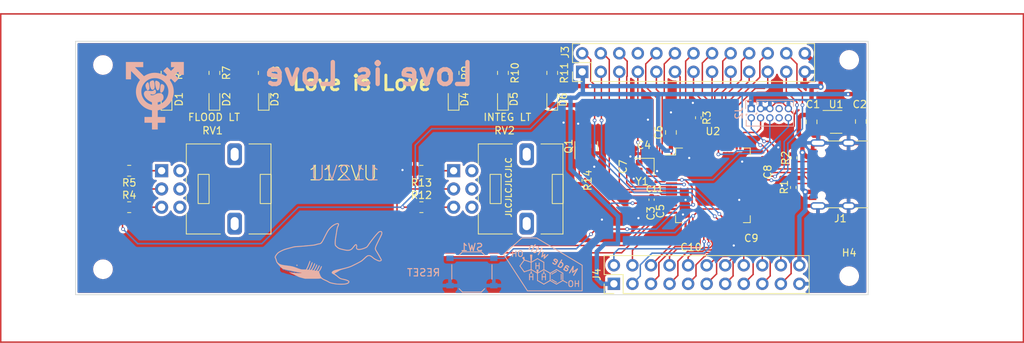
<source format=kicad_pcb>
(kicad_pcb (version 20221018) (generator pcbnew)

  (general
    (thickness 1.6)
  )

  (paper "A4")
  (layers
    (0 "F.Cu" signal)
    (31 "B.Cu" signal)
    (34 "B.Paste" user)
    (35 "F.Paste" user)
    (36 "B.SilkS" user "B.Silkscreen")
    (37 "F.SilkS" user "F.Silkscreen")
    (38 "B.Mask" user)
    (39 "F.Mask" user)
    (44 "Edge.Cuts" user)
    (45 "Margin" user)
    (46 "B.CrtYd" user "B.Courtyard")
    (47 "F.CrtYd" user "F.Courtyard")
    (48 "B.Fab" user)
    (49 "F.Fab" user)
  )

  (setup
    (stackup
      (layer "F.SilkS" (type "Top Silk Screen") (color "White"))
      (layer "F.Paste" (type "Top Solder Paste"))
      (layer "F.Mask" (type "Top Solder Mask") (color "Black") (thickness 0.01))
      (layer "F.Cu" (type "copper") (thickness 0.035))
      (layer "dielectric 1" (type "core") (thickness 1.51) (material "FR4") (epsilon_r 4.5) (loss_tangent 0.02))
      (layer "B.Cu" (type "copper") (thickness 0.035))
      (layer "B.Mask" (type "Bottom Solder Mask") (color "Black") (thickness 0.01))
      (layer "B.Paste" (type "Bottom Solder Paste"))
      (layer "B.SilkS" (type "Bottom Silk Screen") (color "White"))
      (copper_finish "None")
      (dielectric_constraints yes)
    )
    (pad_to_mask_clearance 0)
    (aux_axis_origin 83.1 113)
    (grid_origin 83.1 113)
    (pcbplotparams
      (layerselection 0x00010fc_ffffffff)
      (plot_on_all_layers_selection 0x0000000_00000000)
      (disableapertmacros false)
      (usegerberextensions false)
      (usegerberattributes true)
      (usegerberadvancedattributes true)
      (creategerberjobfile true)
      (dashed_line_dash_ratio 12.000000)
      (dashed_line_gap_ratio 3.000000)
      (svgprecision 4)
      (plotframeref false)
      (viasonmask false)
      (mode 1)
      (useauxorigin false)
      (hpglpennumber 1)
      (hpglpenspeed 20)
      (hpglpendiameter 15.000000)
      (dxfpolygonmode true)
      (dxfimperialunits true)
      (dxfusepcbnewfont true)
      (psnegative false)
      (psa4output false)
      (plotreference false)
      (plotvalue false)
      (plotinvisibletext false)
      (sketchpadsonfab false)
      (subtractmaskfromsilk false)
      (outputformat 1)
      (mirror false)
      (drillshape 0)
      (scaleselection 1)
      (outputdirectory "Manufacturing/")
    )
  )

  (net 0 "")
  (net 1 "GND")
  (net 2 "+3V3")
  (net 3 "/SWD_NRST")
  (net 4 "VBUS")
  (net 5 "Net-(J1-CC1)")
  (net 6 "/USB_D+")
  (net 7 "/USB_D-")
  (net 8 "unconnected-(J1-SBU1-PadA8)")
  (net 9 "Net-(J1-CC2)")
  (net 10 "unconnected-(J1-SBU2-PadB8)")
  (net 11 "/POT_2")
  (net 12 "/POT_1")
  (net 13 "unconnected-(U1-NC-Pad4)")
  (net 14 "/SWD_IO")
  (net 15 "/SWD_CLK")
  (net 16 "/SWD_TRACE")
  (net 17 "unconnected-(J2-KEY-Pad7)")
  (net 18 "unconnected-(J2-NC{slash}TDI-Pad8)")
  (net 19 "unconnected-(J3-Pin_8-Pad8)")
  (net 20 "/HSE_IN")
  (net 21 "/HSE_OUT")
  (net 22 "Net-(D1-A)")
  (net 23 "Net-(D2-A)")
  (net 24 "/BOOT0")
  (net 25 "/LED_PWR")
  (net 26 "Net-(D3-A)")
  (net 27 "Net-(D4-A)")
  (net 28 "Net-(D5-A)")
  (net 29 "Net-(D6-A)")
  (net 30 "Net-(R4-Pad2)")
  (net 31 "Net-(R5-Pad1)")
  (net 32 "Net-(R12-Pad2)")
  (net 33 "Net-(R13-Pad1)")
  (net 34 "/E_WXR_PC9")
  (net 35 "/E_WXR_PA8")
  (net 36 "/E_WXR_PC8")
  (net 37 "/E_WXR_PC7")
  (net 38 "/E_B_PB5")
  (net 39 "/E_B_PB4")
  (net 40 "/E_B_PD2")
  (net 41 "/E_B_PC11")
  (net 42 "/E_B_PC12")
  (net 43 "/E_B_PC10")
  (net 44 "/E_WXR_PA3")
  (net 45 "/E_WXR_PA5")
  (net 46 "/E_WXR_PA4")
  (net 47 "/E_WXR_PC5")
  (net 48 "/E_WXR_PC4")
  (net 49 "/E_WXR_PA6")
  (net 50 "/E_WXR_PA7")
  (net 51 "/E_WXR_PB10")
  (net 52 "/E_WXR_PB2")
  (net 53 "/E_WXR_PB12")
  (net 54 "/E_WXR_PB11")
  (net 55 "/E_WXR_PB14")
  (net 56 "/E_WXR_PB13")
  (net 57 "/E_WXR_PC6")
  (net 58 "/E_WXR_PB15")
  (net 59 "/E_B_PB0")
  (net 60 "/E_B_PB1")
  (net 61 "/E_B_PC3")
  (net 62 "/PA0")
  (net 63 "/E_B_PC2")
  (net 64 "/E_B_PC1")
  (net 65 "/E_B_PC0")
  (net 66 "/E_B_PC14")
  (net 67 "/E_B_PC15")
  (net 68 "/E_B_PC13")
  (net 69 "/E_B_PB9")
  (net 70 "/E_B_PB7")
  (net 71 "/E_B_PB8")
  (net 72 "/E_B_PB6")
  (net 73 "/E_B_PA15")
  (net 74 "/E_B_PA10")
  (net 75 "/E_B_PA9")

  (footprint "Capacitor_SMD:C_0805_2012Metric" (layer "F.Cu") (at 200.85 82.75 -90))

  (footprint "Resistor_SMD:R_0805_2012Metric" (layer "F.Cu") (at 100.6875 89.5 180))

  (footprint "Resistor_SMD:R_0805_2012Metric" (layer "F.Cu") (at 105.8 76.0875 -90))

  (footprint "Capacitor_SMD:C_0201_0603Metric" (layer "F.Cu") (at 173.1 93.405 90))

  (footprint "Capacitor_SMD:C_0805_2012Metric" (layer "F.Cu") (at 194.1 82.8 -90))

  (footprint "Resistor_SMD:R_0402_1005Metric" (layer "F.Cu") (at 191.6 91.79 -90))

  (footprint "MountingHole:MountingHole_2.2mm_M2" (layer "F.Cu") (at 199.25 103.95))

  (footprint "Resistor_SMD:R_0805_2012Metric" (layer "F.Cu") (at 151.85 76.0875 -90))

  (footprint "Resistor_SMD:R_0402_1005Metric" (layer "F.Cu") (at 191.7 87.74 90))

  (footprint "Resistor_SMD:R_0402_1005Metric" (layer "F.Cu") (at 178.6 82.2375 -90))

  (footprint "Capacitor_SMD:C_0201_0603Metric" (layer "F.Cu") (at 171.155 87.15 180))

  (footprint "Resistor_SMD:R_0805_2012Metric" (layer "F.Cu") (at 145.1 76.0875 -90))

  (footprint "MountingHole:MountingHole_2.2mm_M2" (layer "F.Cu") (at 97.1 103))

  (footprint "LED_SMD:LED_0603_1608Metric" (layer "F.Cu") (at 145.1 79.7125 90))

  (footprint "MountingHole:MountingHole_2.2mm_M2" (layer "F.Cu") (at 199.25 74.3))

  (footprint "Capacitor_SMD:C_0201_0603Metric" (layer "F.Cu") (at 184.1 98.75 180))

  (footprint "Potentiometer_THT:Potentiometer_Alps_RK09L_Double_Vertical" (layer "F.Cu") (at 145.1 89.5))

  (footprint "LED_SMD:LED_0603_1608Metric" (layer "F.Cu") (at 112.35 79.7125 90))

  (footprint "Package_TO_SOT_SMD:SOT-23-5" (layer "F.Cu") (at 197.4625 82.8))

  (footprint "LED_SMD:LED_0603_1608Metric" (layer "F.Cu") (at 105.8 79.7125 90))

  (footprint "Potentiometer_THT:Potentiometer_Alps_RK09L_Double_Vertical" (layer "F.Cu") (at 105.125 89.5))

  (footprint "Package_QFP:LQFP-64_10x10mm_P0.5mm" (layer "F.Cu") (at 180.6 91.5))

  (footprint "Resistor_SMD:R_0805_2012Metric" (layer "F.Cu") (at 140.6875 89.5 180))

  (footprint "Capacitor_SMD:C_0201_0603Metric" (layer "F.Cu") (at 169.35 88.945 90))

  (footprint "Connector_USB:USB_C_Receptacle_G-Switch_GT-USB-7010ASV" (layer "F.Cu") (at 198.1 90 90))

  (footprint "LED_SMD:LED_0603_1608Metric" (layer "F.Cu") (at 158.6 79.7125 90))

  (footprint "LED_SMD:LED_0603_1608Metric" (layer "F.Cu") (at 151.85 79.7125 90))

  (footprint "Crystal:Crystal_SMD_2016-4Pin_2.0x1.6mm" (layer "F.Cu") (at 171.2 88.95 180))

  (footprint "Resistor_SMD:R_0402_1005Metric" (layer "F.Cu") (at 162.3 90.81 -90))

  (footprint "Capacitor_SMD:C_0201_0603Metric" (layer "F.Cu") (at 177.6 99 180))

  (footprint "LED_SMD:LED_0603_1608Metric" (layer "F.Cu") (at 119.1 79.7125 90))

  (footprint "Package_TO_SOT_SMD:SOT-23" (layer "F.Cu") (at 163.25 86.15 90))

  (footprint "Resistor_SMD:R_0805_2012Metric" (layer "F.Cu") (at 119.1 76.0875 -90))

  (footprint "Capacitor_SMD:C_0402_1005Metric" (layer "F.Cu") (at 172.2 93.47 90))

  (footprint "Connector_PinHeader_2.54mm:PinHeader_2x11_P2.54mm_Vertical" (layer "F.Cu") (at 167.04 105 90))

  (footprint "Resistor_SMD:R_0805_2012Metric" (layer "F.Cu") (at 112.35 76.0875 -90))

  (footprint "Capacitor_SMD:C_0201_0603Metric" (layer "F.Cu") (at 188.1 87.905 -90))

  (footprint "Resistor_SMD:R_0805_2012Metric" (layer "F.Cu") (at 140.6875 94.5))

  (footprint "MountingHole:MountingHole_2.2mm_M2" (layer "F.Cu") (at 97.1 75))

  (footprint "Resistor_SMD:R_0805_2012Metric" (layer "F.Cu") (at 100.6875 94.5))

  (footprint "Capacitor_SMD:C_0201_0603Metric" (layer "F.Cu") (at 172.505 91 180))

  (footprint "Capacitor_SMD:C_0805_2012Metric" (layer "F.Cu") (at 174.85 84.25 90))

  (footprint "Resistor_SMD:R_0805_2012Metric" (layer "F.Cu") (at 158.6 76.0875 -90))

  (footprint "Connector_PinHeader_2.54mm:PinHeader_2x13_P2.54mm_Vertical" (layer "F.Cu") (at 162.7 75.94 90))

  (footprint "Button_Switch_SMD:SW_Push_1P1T_XKB_TS-1187A" (layer "B.Cu")
    (tstamp 0c7697ed-d35f-4940-b76f-7f3b5099c64a)
    (at 147.6 103.375 180)
    (descr "SMD Tactile Switch, http://www.helloxkb.com/public/images/pdf/TS-1187A-X-X-X.pdf")
    (tags "SPST Tactile Switch")
    (property "JLCPCB Part" "C318884")
    (property "Manufracturer" "XKB Connectivity")
    (property "Manufracturer Part Number" "TS-1187A-B-A-B")
    (property "Sheetfile" "112VU.kicad_sch")
    (property "Sheetname" "")
    (property "ki_description" "Push button switch, generic, two pins")
    (property "ki_keywords" "switch normally-open pushbutton push-button")
    (path "/debe0302-74b9-4dc2-8b83-4956b40b8383")
    (attr smd exclude_from_pos_files)
    (fp_text reference "SW1" (at 0 3.375) (layer "B.SilkS")
        (effects (font (size 1 1) (thickness 0.15)) (justify mirror))
      (tstamp ad512b53-b5e8-4ac1-8c09-f78196ad9f7b)
    )
    (fp_text value "SW_Push" (at 0 -3.75) (layer "B.Fab")
        (effects (font (size 1 1) (thickness 0.15)) (justify mirror))
      (tstamp 42fbb2b0-a5ae-44b2-94bb-041b460628ff)
    )
    (fp_text user "${REFERENCE}" (at 0 3.75) (layer "B.Fab")
        (effects (font (size 1 1) (thickness 0.15)) (justify mirror))
      (tstamp b993c6ed-dcf5-4b43-8a3e-d114b94f40be)
    )
    (fp_line (start -2.75 1) (end -2.75 -1)
      (stroke (width 0.12) (type solid)) (layer "B.SilkS") (tstamp a511acbd-69a4-445c-9bf3-e4b06223649b))
    (fp_line (start -1.75 -2.3) (end -1.3 -2.75)
      (stroke (width 0.12) (type solid)) (layer "B.SilkS") (tstamp 23e890ba-6a93-4f78-bf0c-fa5b74b80e6e))
    (fp_line (start -1.75 2.3) (end -1.3 2.75)
      (stroke (width 0.12) (type solid)) (layer "B.SilkS") (tstamp ce141960-072d-42ac-8a9a-df5b9f63c23a))
    (fp_line (start -1.3 -2.75) (end 1.3 -2.75)
      (stroke (width 0.12) (type solid)) (layer "B.SilkS") (tstamp 34d53bc6-e4b8-40d0-8777-866e472aa5d6))
    (fp_line (start -1.3 2.75) (end 1.3 2.75)
      (stroke (width 0.12) (type solid)) (layer "B.SilkS") (tstamp 4d0720b7-5dd1-46c6-8bdc-c928e833e2ba))
    (fp_line (start 1.75 -2.3) (end 1.3 -2.75)
      (stroke (width 0.12) (type solid)) (layer "B.SilkS") (tstamp 02a256a1-56d8-40c4-b5d3-96f94e6bddd4))
    (fp_line (start 1.75 2.3) (end 1.3 2.75)
      (stroke (width 0.12) (type solid)) (layer "B.SilkS") (tstamp 175ae72f-6574-433f-bd9b-5b175086e4cd))
    (fp_line (start 2.75 1) (end 2.75 -1)
      (stroke (width 0.12) (type solid)) (layer "B.SilkS") (tstamp 3733ce30-c8d8-465b-8fcf-ac4a1cd2e738))
    (fp_line (start -3.75 -2.8) (end -3.75 2.8)
      (stroke (width 0.05) (type solid)) (layer "B.CrtYd") (tstamp 524d1cf4-107d-43cd-9c40-86727af6dce2))
    (fp_line (start -3.75 2.8) (end 3.75 2.8)
      (stroke (width 0.05) (type solid)) (layer "B.CrtYd") (tstamp 763c83f3-edf5-4ecc-99a2-0b71c66da722))
    (fp_line (start 3.75 -2.8) (end -3.75 -2.8)
      (stroke (width 0.05) (type solid)) (layer "B.CrtYd") (tstamp 51718c1e-8bd2-457b-97c7-3342d4aefc9a))
    (fp_line (start 3.75 2.8) (end 3.75 -2.8)
      (stroke (width 0.05) (type solid)) (layer "B.CrtYd") (tstamp af9b2056-dfe8-4432-8c04-385019f5ee5f))
    (fp_line (start -2.9 -2.1) (end -2.9 -1.6)
      (stroke (width 0.1) (type solid)) (layer "B.Fab") (tstamp 71a56f8d-736c-4212-bda7-111a8c9d8b3d))
    (fp_line (start -2.9 2.1) (end -2.9 1.6)
      (stroke (width 0.1) (type solid)) (layer "B.Fab") (tstamp f6830823-6c45-4200-a978-d08a0dcaea07))
    (fp_line (start -2.4 -1.4) (end -2.4 -1.25)
      (stroke (width 0.1) (type solid)) (layer "B.Fab") (tstamp 8e9228ed-6ed4-4a40-b930-cf6cd4b5348a))
    (fp_line (start -2.4 1.25) (end -2.4 1.4)
      (stroke (width 0.1) (type solid)) (layer "B.Fab") (tstamp 7be0ea7c-078a-43a4-8f81-d4f1bb05359c))
    (fp_line (start -2.4 1.4) (end -1.4 2.4)
      (stroke (width 0.1) (type solid)) (layer "B.Fab") (tstamp a1d624cb-924e-4687-8961-23fcc6df92f8))
    (fp_line (start -1.4 -2.4) (end -2.4 -1.4)
      (stroke (width 0.1) (type solid)) (layer "B.Fab") (tstamp 05990326-9688-43d9-93f4-ccb48c6647ad))
    (fp_line (start -1.4 2.4) (end -1.25 2.4)
      (stroke (width 0.1) (type solid)) (layer "B.Fab") (tstamp 05c1bc93-4d2d-4099-9630-6c9424276676))
    (fp_line (start -1.25 -2.4) (end -1.4 -2.4)
      (stroke (width 0.1) (type solid)) (layer "B.Fab") (tstamp c8faca34-dcaf-4883-b8da-760d9b42ec69))
    (fp_line (start 1.25 2.4) (end 1.4 2.4)
      (stroke (width 0.1) (type solid)) (layer "B.Fab") (tstamp ba25ee4c-bb65-4dc3-b30f-089a53c5d693))
    (fp_line (start 1.4 -2.4) (end 1.25 -2.4)
      (stroke (width 0.1) (type solid)) (layer "B.Fab") (tstamp c4e7c6b5-334a-4ffe-a962-e545fec14769))
    (fp_line (start 1.4 2.4) (end 2.4 1.4)
      (stroke (width 0.1) (type solid)) (layer "B.Fab") (tstamp 97e89e9e-8d18-4cee-bac0-37ae89f9371c))
    (fp_line (start 2.4 -1.4) (end 1.4 -2.4)
      (stroke (width 0.1) (type solid)) (layer "B.Fab") (tstamp 0707bfa8-9732-41aa-8bb5-8afe2a502bc5))
    (fp_line (start 2.4 -1.25) (end 2.4 -1.4)
      (stroke (width 0.1) (type solid)) (layer "B.Fab") (tstamp bc08eb01-a84d-4c14-b055-543389f9cdc
... [495837 chars truncated]
</source>
